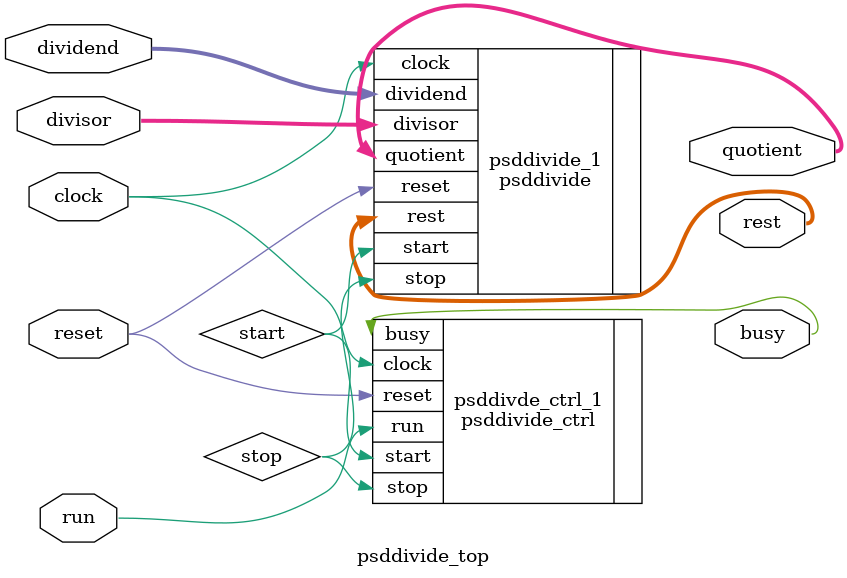
<source format=v>
/* 
Digital Systems Design

Lab 1 - sequential divider

	This Verilog code is property of University of Porto
	Its utilization beyond the scope of the course Digital Systems Design
	(Projeto de Sistemas Digitais) of the Master in Electrical 
	and Computer Engineering requires explicit authorization from the author.
	
	jca@fe.up.pt, Oct 2017 - 2022
	
*/
`timescale 1ns/1ns

module psddivide_top (
               input          clock,
				   input          reset,
				   input          run,
				   output         busy,
				   input  [31:0]   dividend,
				   input  [15:0]   divisor,
				   output [31:0]   quotient,
				   output [15:0]   rest
				     );
				   
// Internal wires:
wire start, stop;

// Instantiate the divider datapath:
psddivide
       psddivide_1
      ( 
	    .clock( clock ), // master clock, active in the positive edge
        .reset( reset ), // master reset, synchronous and active high
		
        .start( start ), // set to 1 during one clock cycle to start a division
        .stop( stop ),   // set to 1 during one clock cycle to load the output registers
		
        .dividend( dividend ),  // the operands
        .divisor( divisor ), 
		
        .quotient( quotient ),  // the results
        .rest( rest ) 
        ); 
      
// Instantiate the controller:
psddivide_ctrl
        psddivde_ctrl_1
		(
	      .clock( clock ), // master clock, active in the positive edge
          .reset( reset ), // master reset, synchronous and active high
		
		  .run( run ),     // set to 1 during one clock cycle to start a division
          .start( start ), // set to 1 during one clock cycle to start a division
          .stop( stop ),   // set to 1 during one clock cycle to load the output registers
          .busy( busy )
		);
		
endmodule
			   

</source>
